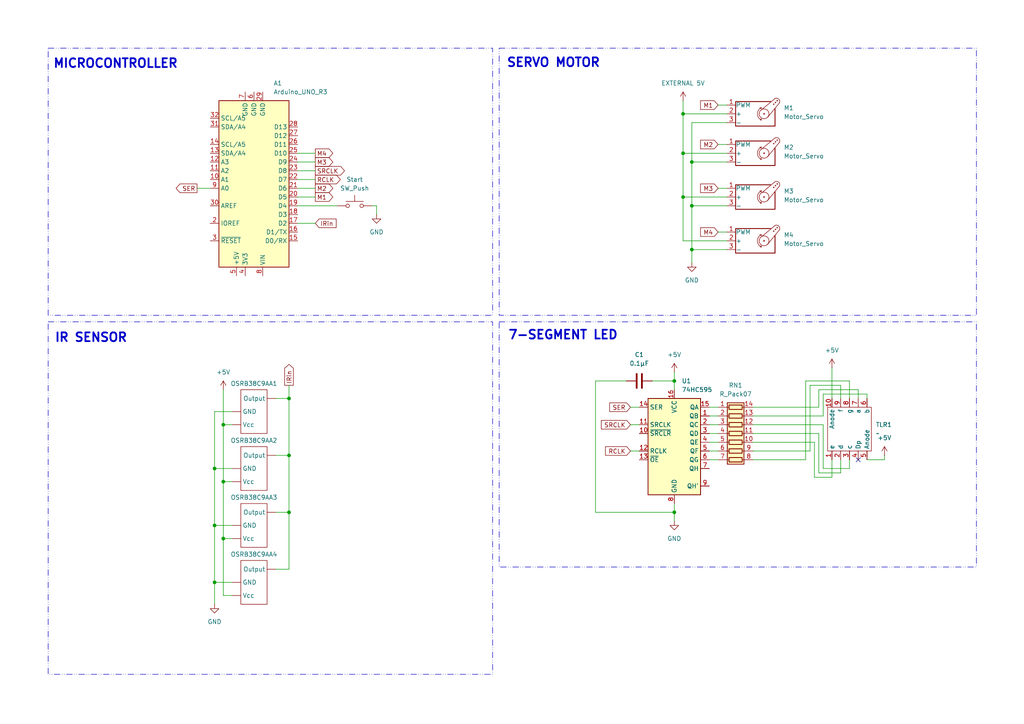
<source format=kicad_sch>
(kicad_sch (version 20250114) (generator "eeschema") (generator_version "9.0")
  (paper "A4")
  (lib_symbols
    (symbol "74xx:74HC595"
      (property "Reference" "U" (at -7.62 13.97 0))
      (property "Value" "74HC595" (at -7.62 -16.51 0))
      (symbol "74HC595_1_0"
        (pin input line (at -10.16 10.16 0) (length 2.54) (name "SER") (number "14"))
        (pin input line (at -10.16 5.08 0) (length 2.54) (name "SRCLK") (number "11"))
        (pin input line (at -10.16 2.54 0) (length 2.54) (name "~{SRCLR}") (number "10"))
        (pin input line (at -10.16 -2.54 0) (length 2.54) (name "RCLK") (number "12"))
        (pin input line (at -10.16 -5.08 0) (length 2.54) (name "~{OE}") (number "13"))
        (pin power_in line (at 0 15.24 270) (length 2.54) (name "VCC") (number "16"))
        (pin power_in line (at 0 -17.78 90) (length 2.54) (name "GND") (number "8"))
        (pin tri_state line (at 10.16 10.16 180) (length 2.54) (name "QA") (number "15"))
        (pin tri_state line (at 10.16 7.62 180) (length 2.54) (name "QB") (number "1"))
        (pin tri_state line (at 10.16 5.08 180) (length 2.54) (name "QC") (number "2"))
        (pin tri_state line (at 10.16 2.54 180) (length 2.54) (name "QD") (number "3"))
        (pin tri_state line (at 10.16 0 180) (length 2.54) (name "QE") (number "4"))
        (pin tri_state line (at 10.16 -2.54 180) (length 2.54) (name "QF") (number "5"))
        (pin tri_state line (at 10.16 -5.08 180) (length 2.54) (name "QG") (number "6"))
        (pin tri_state line (at 10.16 -7.62 180) (length 2.54) (name "QH") (number "7"))
        (pin output line (at 10.16 -12.7 180) (length 2.54) (name "QH'") (number "9"))
      )
      (symbol "74HC595_1_1"
        (rectangle (start -7.62 12.7) (end 7.62 -15.24) (stroke (width 0.254)) (fill (type background)))
      )
    )
    (symbol "Device:C" (pin_numbers (hide yes)) (pin_names (offset 0.254))
      (property "Reference" "C" (at 0.635 2.54 0))
      (property "Value" "C" (at 0.635 -2.54 0))
      (symbol "C_0_1"
        (polyline (pts (xy -2.032 0.762) (xy 2.032 0.762)) (stroke (width 0.508)))
        (polyline (pts (xy -2.032 -0.762) (xy 2.032 -0.762)) (stroke (width 0.508)))
      )
      (symbol "C_1_1"
        (pin passive line (at 0 3.81 270) (length 2.794) (name "~") (number "1"))
        (pin passive line (at 0 -3.81 90) (length 2.794) (name "~") (number "2"))
      )
    )
    (symbol "Device:R_Pack07" (pin_names (offset 0) (hide yes))
      (property "Reference" "RN" (at -10.16 0 90))
      (property "Value" "R_Pack07" (at 10.16 0 90))
      (symbol "R_Pack07_0_1"
        (rectangle (start -8.89 -2.413) (end 8.89 2.413) (stroke (width 0.254)) (fill (type background)))
        (rectangle (start -8.255 1.905) (end -6.985 -1.905) (stroke (width 0.254)))
        (polyline (pts (xy -7.62 1.905) (xy -7.62 2.54)))
        (polyline (pts (xy -7.62 -2.54) (xy -7.62 -1.905)))
        (rectangle (start -5.715 1.905) (end -4.445 -1.905) (stroke (width 0.254)))
        (polyline (pts (xy -5.08 1.905) (xy -5.08 2.54)))
        (polyline (pts (xy -5.08 -2.54) (xy -5.08 -1.905)))
        (rectangle (start -3.175 1.905) (end -1.905 -1.905) (stroke (width 0.254)))
        (polyline (pts (xy -2.54 1.905) (xy -2.54 2.54)))
        (polyline (pts (xy -2.54 -2.54) (xy -2.54 -1.905)))
        (rectangle (start -0.635 1.905) (end 0.635 -1.905) (stroke (width 0.254)))
        (polyline (pts (xy 0 1.905) (xy 0 2.54)))
        (polyline (pts (xy 0 -2.54) (xy 0 -1.905)))
        (rectangle (start 1.905 1.905) (end 3.175 -1.905) (stroke (width 0.254)))
        (polyline (pts (xy 2.54 1.905) (xy 2.54 2.54)))
        (polyline (pts (xy 2.54 -2.54) (xy 2.54 -1.905)))
        (rectangle (start 4.445 1.905) (end 5.715 -1.905) (stroke (width 0.254)))
        (polyline (pts (xy 5.08 1.905) (xy 5.08 2.54)))
        (polyline (pts (xy 5.08 -2.54) (xy 5.08 -1.905)))
        (rectangle (start 6.985 1.905) (end 8.255 -1.905) (stroke (width 0.254)))
        (polyline (pts (xy 7.62 1.905) (xy 7.62 2.54)))
        (polyline (pts (xy 7.62 -2.54) (xy 7.62 -1.905)))
      )
      (symbol "R_Pack07_1_1"
        (pin passive line (at -7.62 5.08 270) (length 2.54) (name "R1.2") (number "14"))
        (pin passive line (at -7.62 -5.08 90) (length 2.54) (name "R1.1") (number "1"))
        (pin passive line (at -5.08 5.08 270) (length 2.54) (name "R2.2") (number "13"))
        (pin passive line (at -5.08 -5.08 90) (length 2.54) (name "R2.1") (number "2"))
        (pin passive line (at -2.54 5.08 270) (length 2.54) (name "R3.2") (number "12"))
        (pin passive line (at -2.54 -5.08 90) (length 2.54) (name "R3.1") (number "3"))
        (pin passive line (at 0 5.08 270) (length 2.54) (name "R4.2") (number "11"))
        (pin passive line (at 0 -5.08 90) (length 2.54) (name "R4.1") (number "4"))
        (pin passive line (at 2.54 5.08 270) (length 2.54) (name "R5.2") (number "10"))
        (pin passive line (at 2.54 -5.08 90) (length 2.54) (name "R5.1") (number "5"))
        (pin passive line (at 5.08 5.08 270) (length 2.54) (name "R6.2") (number "9"))
        (pin passive line (at 5.08 -5.08 90) (length 2.54) (name "R6.1") (number "6"))
        (pin passive line (at 7.62 5.08 270) (length 2.54) (name "R7.2") (number "8"))
        (pin passive line (at 7.62 -5.08 90) (length 2.54) (name "R7.1") (number "7"))
      )
    )
    (symbol "MCU_Module:Arduino_UNO_R3"
      (property "Reference" "A" (at -10.16 23.495 0))
      (property "Value" "Arduino_UNO_R3" (at 5.08 -26.67 0))
      (symbol "Arduino_UNO_R3_0_1"
        (rectangle (start -10.16 22.86) (end 10.16 -25.4) (stroke (width 0.254)) (fill (type background)))
      )
      (symbol "Arduino_UNO_R3_1_1"
        (pin bidirectional line (at -12.7 15.24 0) (length 2.54) (name "D0/RX") (number "15"))
        (pin bidirectional line (at -12.7 12.7 0) (length 2.54) (name "D1/TX") (number "16"))
        (pin bidirectional line (at -12.7 10.16 0) (length 2.54) (name "D2") (number "17"))
        (pin bidirectional line (at -12.7 7.62 0) (length 2.54) (name "D3") (number "18"))
        (pin bidirectional line (at -12.7 5.08 0) (length 2.54) (name "D4") (number "19"))
        (pin bidirectional line (at -12.7 2.54 0) (length 2.54) (name "D5") (number "20"))
        (pin bidirectional line (at -12.7 0 0) (length 2.54) (name "D6") (number "21"))
        (pin bidirectional line (at -12.7 -2.54 0) (length 2.54) (name "D7") (number "22"))
        (pin bidirectional line (at -12.7 -5.08 0) (length 2.54) (name "D8") (number "23"))
        (pin bidirectional line (at -12.7 -7.62 0) (length 2.54) (name "D9") (number "24"))
        (pin bidirectional line (at -12.7 -10.16 0) (length 2.54) (name "D10") (number "25"))
        (pin bidirectional line (at -12.7 -12.7 0) (length 2.54) (name "D11") (number "26"))
        (pin bidirectional line (at -12.7 -15.24 0) (length 2.54) (name "D12") (number "27"))
        (pin bidirectional line (at -12.7 -17.78 0) (length 2.54) (name "D13") (number "28"))
        (pin no_connect line (at -10.16 -20.32 0) (length 2.54) (hide yes) (name "NC") (number "1"))
        (pin power_in line (at -2.54 25.4 270) (length 2.54) (name "VIN") (number "8"))
        (pin power_in line (at -2.54 -27.94 90) (length 2.54) (name "GND") (number "29"))
        (pin power_in line (at 0 -27.94 90) (length 2.54) (name "GND") (number "6"))
        (pin power_out line (at 2.54 25.4 270) (length 2.54) (name "3V3") (number "4"))
        (pin power_in line (at 2.54 -27.94 90) (length 2.54) (name "GND") (number "7"))
        (pin power_out line (at 5.08 25.4 270) (length 2.54) (name "+5V") (number "5"))
        (pin input line (at 12.7 15.24 180) (length 2.54) (name "~{RESET}") (number "3"))
        (pin output line (at 12.7 10.16 180) (length 2.54) (name "IOREF") (number "2"))
        (pin input line (at 12.7 5.08 180) (length 2.54) (name "AREF") (number "30"))
        (pin bidirectional line (at 12.7 0 180) (length 2.54) (name "A0") (number "9"))
        (pin bidirectional line (at 12.7 -2.54 180) (length 2.54) (name "A1") (number "10"))
        (pin bidirectional line (at 12.7 -5.08 180) (length 2.54) (name "A2") (number "11"))
        (pin bidirectional line (at 12.7 -7.62 180) (length 2.54) (name "A3") (number "12"))
        (pin bidirectional line (at 12.7 -10.16 180) (length 2.54) (name "SDA/A4") (number "13"))
        (pin bidirectional line (at 12.7 -12.7 180) (length 2.54) (name "SCL/A5") (number "14"))
        (pin bidirectional line (at 12.7 -17.78 180) (length 2.54) (name "SDA/A4") (number "31"))
        (pin bidirectional line (at 12.7 -20.32 180) (length 2.54) (name "SCL/A5") (number "32"))
      )
    )
    (symbol "Motor:Motor_Servo" (pin_names (offset 0.0254))
      (property "Reference" "M" (at -5.08 4.445 0))
      (property "Value" "Motor_Servo" (at -5.08 -4.064 0))
      (symbol "Motor_Servo_0_1"
        (polyline (pts (xy 2.413 1.778) (xy 1.905 1.778)))
        (polyline (pts (xy 2.413 1.778) (xy 2.286 1.397)))
        (polyline (pts (xy 2.413 -1.778) (xy 2.032 -1.778)))
        (polyline (pts (xy 2.413 -1.778) (xy 2.286 -1.397)))
        (arc (start 2.413 -1.778) (mid 1.2406 0) (end 2.413 1.778))
        (circle (center 3.175 0) (radius 0.1778))
        (circle (center 3.175 0) (radius 1.4224))
        (polyline (pts (xy 5.08 3.556) (xy -5.08 3.556) (xy -5.08 -3.556) (xy 6.35 -3.556) (xy 6.35 1.524)) (stroke (width 0.254)))
        (circle (center 5.969 2.794) (radius 0.127))
        (polyline (pts (xy 6.35 4.445) (xy 2.54 1.27)))
        (circle (center 6.477 3.302) (radius 0.127))
        (arc (start 6.35 4.445) (mid 7.4487 4.2737) (end 7.62 3.175))
        (circle (center 6.985 3.81) (radius 0.127))
        (polyline (pts (xy 7.62 3.175) (xy 4.191 -1.016)))
      )
      (symbol "Motor_Servo_1_1"
        (pin passive line (at -7.62 2.54 0) (length 2.54) (name "PWM") (number "1"))
        (pin passive line (at -7.62 0 0) (length 2.54) (name "+") (number "2"))
        (pin passive line (at -7.62 -2.54 0) (length 2.54) (name "-") (number "3"))
      )
    )
    (symbol "OSRB38C9AA:OSRB38C9AA"
      (property "Reference" "OSRB38C9AA" (at 10.16 7.366 0))
      (symbol "OSRB38C9AA_0_1"
        (rectangle (start 3.81 6.35) (end -3.81 -6.35))
      )
      (symbol "OSRB38C9AA_1_1"
        (pin passive line (at -6.35 0 0) (length 2.54) (name "GND") (number ""))
        (pin passive line (at -6.35 -3.81 0) (length 2.54) (name "Vcc") (number ""))
        (pin passive line (at 6.35 3.81 180) (length 2.54) (name "Output") (number ""))
      )
    )
    (symbol "OSRB38C9AA_1"
      (property "Reference" "OSRB38C9AA" (at 10.16 7.366 0))
      (symbol "OSRB38C9AA_1_0_1"
        (rectangle (start 3.81 6.35) (end -3.81 -6.35))
      )
      (symbol "OSRB38C9AA_1_1_1"
        (pin passive line (at -6.35 0 0) (length 2.54) (name "GND") (number ""))
        (pin passive line (at -6.35 -3.81 0) (length 2.54) (name "Vcc") (number ""))
        (pin passive line (at 6.35 3.81 180) (length 2.54) (name "Output") (number ""))
      )
    )
    (symbol "OSRB38C9AA_2"
      (property "Reference" "OSRB38C9AA" (at 10.16 7.366 0))
      (symbol "OSRB38C9AA_2_0_1"
        (rectangle (start 3.81 6.35) (end -3.81 -6.35))
      )
      (symbol "OSRB38C9AA_2_1_1"
        (pin passive line (at -6.35 0 0) (length 2.54) (name "GND") (number ""))
        (pin passive line (at -6.35 -3.81 0) (length 2.54) (name "Vcc") (number ""))
        (pin passive line (at 6.35 3.81 180) (length 2.54) (name "Output") (number ""))
      )
    )
    (symbol "OSRB38C9AA_3"
      (property "Reference" "OSRB38C9AA" (at 10.16 7.366 0))
      (symbol "OSRB38C9AA_3_0_1"
        (rectangle (start 3.81 6.35) (end -3.81 -6.35))
      )
      (symbol "OSRB38C9AA_3_1_1"
        (pin passive line (at -6.35 0 0) (length 2.54) (name "GND") (number ""))
        (pin passive line (at -6.35 -3.81 0) (length 2.54) (name "Vcc") (number ""))
        (pin passive line (at 6.35 3.81 180) (length 2.54) (name "Output") (number ""))
      )
    )
    (symbol "Switch:SW_Push" (pin_numbers (hide yes)) (pin_names (offset 1.016) (hide yes))
      (property "Reference" "SW" (at 1.27 2.54 0))
      (property "Value" "SW_Push" (at 0 -1.524 0))
      (symbol "SW_Push_0_1"
        (circle (center -2.032 0) (radius 0.508))
        (polyline (pts (xy 0 1.27) (xy 0 3.048)))
        (circle (center 2.032 0) (radius 0.508))
        (polyline (pts (xy 2.54 1.27) (xy -2.54 1.27)))
        (pin passive line (at -5.08 0 0) (length 2.54) (name "1") (number "1"))
        (pin passive line (at 5.08 0 180) (length 2.54) (name "2") (number "2"))
      )
    )
    (symbol "power:+5V" (power) (pin_numbers (hide yes)) (pin_names (offset 0) (hide yes))
      (property "Value" "+5V" (at 0 3.556 0))
      (symbol "+5V_0_1"
        (polyline (pts (xy -0.762 1.27) (xy 0 2.54)))
        (polyline (pts (xy 0 2.54) (xy 0.762 1.27)))
        (polyline (pts (xy 0 0) (xy 0 2.54)))
      )
      (symbol "+5V_1_1"
        (pin power_in line (at 0 0 90) (length 0) (name "~") (number "1"))
      )
    )
    (symbol "power:GND" (power) (pin_numbers (hide yes)) (pin_names (offset 0) (hide yes))
      (property "Value" "GND" (at 0 -3.81 0))
      (symbol "GND_0_1"
        (polyline (pts (xy 0 0) (xy 0 -1.27) (xy 1.27 -1.27) (xy 0 -2.54) (xy -1.27 -1.27) (xy 0 -1.27)))
      )
      (symbol "GND_1_1"
        (pin power_in line (at 0 0 270) (length 0) (name "~") (number "1"))
      )
    )
    (symbol "tlr306:tlr306"
      (property "Reference" "TLR306" (at 10.414 5.334 0))
      (symbol "tlr306_0_1"
        (rectangle (start -6.35 6.35) (end 6.35 -6.35))
      )
      (symbol "tlr306_1_1"
        (pin passive line (at -5.08 8.89 270) (length 2.54) (name "Anode") (number "10"))
        (pin passive line (at -5.08 -8.89 90) (length 2.54) (name "e") (number "1"))
        (pin passive line (at -2.54 8.89 270) (length 2.54) (name "f") (number "9"))
        (pin passive line (at -2.54 -8.89 90) (length 2.54) (name "d") (number "2"))
        (pin passive line (at 0 8.89 270) (length 2.54) (name "g") (number "8"))
        (pin passive line (at 0 -8.89 90) (length 2.54) (name "c") (number "3"))
        (pin passive line (at 2.54 8.89 270) (length 2.54) (name "a") (number "7"))
        (pin passive line (at 2.54 -8.89 90) (length 2.54) (name "Dp") (number "4"))
        (pin passive line (at 5.08 8.89 270) (length 2.54) (name "b") (number "6"))
        (pin passive line (at 5.08 -8.89 90) (length 2.54) (name "Anode") (number "5"))
      )
    )
  )
  (rectangle (start 13.97 13.97) (end 142.875 91.44) (stroke (width 0) (type dash_dot_dot)))
  (rectangle (start 144.78 13.97) (end 283.21 91.44) (stroke (width 0) (type dash_dot_dot)))
  (rectangle (start 13.97 93.345) (end 142.875 195.58) (stroke (width 0) (type dash_dot_dot)))
  (rectangle (start 144.78 93.345) (end 283.21 164.465) (stroke (width 0) (type dash_dot_dot)))
  (text "7-SEGMENT LED" (at 163.322 97.282 0) (effects (font (size 2.54 2.54) (thickness 0.508) (bold yes))))
  (text "IR SENSOR" (at 26.416 98.044 0) (effects (font (size 2.54 2.54) (thickness 0.508) (bold yes))))
  (text "MICROCONTROLLER" (at 33.528 18.542 0) (effects (font (size 2.54 2.54) (thickness 0.508) (bold yes))))
  (text "SERVO MOTOR" (at 160.528 18.288 0) (effects (font (size 2.54 2.54) (thickness 0.508) (bold yes))))
  (junction (at 200.66 72.39))
  (junction (at 198.12 44.45))
  (junction (at 83.82 132.08))
  (junction (at 62.23 135.89))
  (junction (at 195.58 110.49))
  (junction (at 62.23 152.4))
  (junction (at 62.23 168.91))
  (junction (at 198.12 33.02))
  (junction (at 64.77 123.19))
  (junction (at 64.77 156.21))
  (junction (at 198.12 57.15))
  (junction (at 195.58 148.59))
  (junction (at 83.82 148.59))
  (junction (at 64.77 139.7))
  (junction (at 83.82 115.57))
  (junction (at 200.66 59.69))
  (junction (at 200.66 46.99))
  (no_connect (at 248.92 133.35))
  (wire (pts (xy 62.23 135.89) (xy 67.31 135.89)))
  (wire (pts (xy 83.82 115.57) (xy 83.82 132.08)))
  (wire (pts (xy 172.72 110.49) (xy 172.72 148.59)))
  (wire (pts (xy 218.44 120.65) (xy 238.76 120.65)))
  (wire (pts (xy 238.76 114.3) (xy 251.46 114.3)))
  (wire (pts (xy 62.23 119.38) (xy 62.23 135.89)))
  (wire (pts (xy 205.74 125.73) (xy 208.28 125.73)))
  (wire (pts (xy 241.3 138.43) (xy 241.3 133.35)))
  (wire (pts (xy 248.92 113.03) (xy 248.92 115.57)))
  (wire (pts (xy 182.88 118.11) (xy 185.42 118.11)))
  (wire (pts (xy 256.54 132.08) (xy 256.54 133.35)))
  (wire (pts (xy 200.66 72.39) (xy 200.66 76.2)))
  (wire (pts (xy 195.58 107.95) (xy 195.58 110.49)))
  (wire (pts (xy 83.82 111.76) (xy 83.82 115.57)))
  (wire (pts (xy 200.66 35.56) (xy 200.66 46.99)))
  (wire (pts (xy 62.23 152.4) (xy 62.23 168.91)))
  (wire (pts (xy 181.61 110.49) (xy 172.72 110.49)))
  (wire (pts (xy 205.74 130.81) (xy 208.28 130.81)))
  (wire (pts (xy 233.68 133.35) (xy 233.68 110.49)))
  (wire (pts (xy 200.66 59.69) (xy 200.66 72.39)))
  (wire (pts (xy 172.72 148.59) (xy 195.58 148.59)))
  (wire (pts (xy 189.23 110.49) (xy 195.58 110.49)))
  (wire (pts (xy 205.74 123.19) (xy 208.28 123.19)))
  (wire (pts (xy 218.44 130.81) (xy 234.95 130.81)))
  (wire (pts (xy 243.84 111.76) (xy 243.84 115.57)))
  (wire (pts (xy 195.58 148.59) (xy 195.58 151.13)))
  (wire (pts (xy 241.3 106.68) (xy 241.3 115.57)))
  (wire (pts (xy 205.74 128.27) (xy 208.28 128.27)))
  (wire (pts (xy 234.95 130.81) (xy 234.95 111.76)))
  (wire (pts (xy 80.01 115.57) (xy 83.82 115.57)))
  (wire (pts (xy 198.12 69.85) (xy 198.12 57.15)))
  (wire (pts (xy 86.36 46.99) (xy 91.44 46.99)))
  (wire (pts (xy 182.88 130.81) (xy 185.42 130.81)))
  (wire (pts (xy 64.77 172.72) (xy 64.77 156.21)))
  (wire (pts (xy 86.36 57.15) (xy 91.44 57.15)))
  (wire (pts (xy 218.44 125.73) (xy 237.49 125.73)))
  (wire (pts (xy 83.82 148.59) (xy 83.82 165.1)))
  (wire (pts (xy 237.49 137.16) (xy 243.84 137.16)))
  (wire (pts (xy 64.77 156.21) (xy 64.77 139.7)))
  (wire (pts (xy 200.66 72.39) (xy 210.82 72.39)))
  (wire (pts (xy 198.12 57.15) (xy 210.82 57.15)))
  (wire (pts (xy 210.82 69.85) (xy 198.12 69.85)))
  (wire (pts (xy 246.38 135.89) (xy 246.38 133.35)))
  (wire (pts (xy 251.46 133.35) (xy 256.54 133.35)))
  (wire (pts (xy 218.44 133.35) (xy 233.68 133.35)))
  (wire (pts (xy 238.76 120.65) (xy 238.76 114.3)))
  (wire (pts (xy 218.44 123.19) (xy 238.76 123.19)))
  (wire (pts (xy 86.36 49.53) (xy 91.44 49.53)))
  (wire (pts (xy 208.28 30.48) (xy 210.82 30.48)))
  (wire (pts (xy 236.22 138.43) (xy 241.3 138.43)))
  (wire (pts (xy 205.74 133.35) (xy 208.28 133.35)))
  (wire (pts (xy 64.77 123.19) (xy 64.77 113.03)))
  (wire (pts (xy 107.95 59.69) (xy 109.22 59.69)))
  (wire (pts (xy 208.28 41.91) (xy 210.82 41.91)))
  (wire (pts (xy 57.15 54.61) (xy 60.96 54.61)))
  (wire (pts (xy 243.84 137.16) (xy 243.84 133.35)))
  (wire (pts (xy 86.36 54.61) (xy 91.44 54.61)))
  (wire (pts (xy 83.82 132.08) (xy 83.82 148.59)))
  (wire (pts (xy 67.31 119.38) (xy 62.23 119.38)))
  (wire (pts (xy 64.77 139.7) (xy 67.31 139.7)))
  (wire (pts (xy 62.23 168.91) (xy 67.31 168.91)))
  (wire (pts (xy 237.49 113.03) (xy 248.92 113.03)))
  (wire (pts (xy 86.36 59.69) (xy 97.79 59.69)))
  (wire (pts (xy 62.23 135.89) (xy 62.23 152.4)))
  (wire (pts (xy 195.58 110.49) (xy 195.58 113.03)))
  (wire (pts (xy 83.82 165.1) (xy 80.01 165.1)))
  (wire (pts (xy 109.22 59.69) (xy 109.22 62.23)))
  (wire (pts (xy 237.49 118.11) (xy 237.49 113.03)))
  (wire (pts (xy 86.36 64.77) (xy 91.44 64.77)))
  (wire (pts (xy 205.74 120.65) (xy 208.28 120.65)))
  (wire (pts (xy 200.66 46.99) (xy 210.82 46.99)))
  (wire (pts (xy 198.12 57.15) (xy 198.12 44.45)))
  (wire (pts (xy 246.38 110.49) (xy 246.38 115.57)))
  (wire (pts (xy 208.28 67.31) (xy 210.82 67.31)))
  (wire (pts (xy 198.12 44.45) (xy 210.82 44.45)))
  (wire (pts (xy 233.68 110.49) (xy 246.38 110.49)))
  (wire (pts (xy 62.23 168.91) (xy 62.23 175.26)))
  (wire (pts (xy 62.23 152.4) (xy 67.31 152.4)))
  (wire (pts (xy 200.66 46.99) (xy 200.66 59.69)))
  (wire (pts (xy 198.12 33.02) (xy 210.82 33.02)))
  (wire (pts (xy 86.36 52.07) (xy 91.44 52.07)))
  (wire (pts (xy 236.22 128.27) (xy 236.22 138.43)))
  (wire (pts (xy 237.49 125.73) (xy 237.49 137.16)))
  (wire (pts (xy 205.74 118.11) (xy 208.28 118.11)))
  (wire (pts (xy 208.28 54.61) (xy 210.82 54.61)))
  (wire (pts (xy 67.31 172.72) (xy 64.77 172.72)))
  (wire (pts (xy 182.88 123.19) (xy 185.42 123.19)))
  (wire (pts (xy 64.77 139.7) (xy 64.77 123.19)))
  (wire (pts (xy 64.77 123.19) (xy 67.31 123.19)))
  (wire (pts (xy 238.76 135.89) (xy 246.38 135.89)))
  (wire (pts (xy 200.66 59.69) (xy 210.82 59.69)))
  (wire (pts (xy 198.12 33.02) (xy 198.12 29.21)))
  (wire (pts (xy 64.77 156.21) (xy 67.31 156.21)))
  (wire (pts (xy 238.76 123.19) (xy 238.76 135.89)))
  (wire (pts (xy 195.58 146.05) (xy 195.58 148.59)))
  (wire (pts (xy 218.44 128.27) (xy 236.22 128.27)))
  (wire (pts (xy 210.82 35.56) (xy 200.66 35.56)))
  (wire (pts (xy 218.44 118.11) (xy 237.49 118.11)))
  (wire (pts (xy 80.01 148.59) (xy 83.82 148.59)))
  (wire (pts (xy 198.12 44.45) (xy 198.12 33.02)))
  (wire (pts (xy 251.46 114.3) (xy 251.46 115.57)))
  (wire (pts (xy 234.95 111.76) (xy 243.84 111.76)))
  (wire (pts (xy 86.36 44.45) (xy 91.44 44.45)))
  (wire (pts (xy 80.01 132.08) (xy 83.82 132.08)))
  (global_label "IRin" (shape output) (at 83.82 111.76 90) (property "Intersheetrefs" "${INTERSHEET_REFS}" (effects (hide yes))))
  (global_label "M4" (shape output) (at 91.44 44.45 0) (property "Intersheetrefs" "${INTERSHEET_REFS}" (effects (hide yes))))
  (global_label "M2" (shape input) (at 208.28 41.91 180) (property "Intersheetrefs" "${INTERSHEET_REFS}" (effects (hide yes))))
  (global_label "M3" (shape output) (at 91.44 46.99 0) (property "Intersheetrefs" "${INTERSHEET_REFS}" (effects (hide yes))))
  (global_label "SRCLK" (shape output) (at 91.44 49.53 0) (property "Intersheetrefs" "${INTERSHEET_REFS}" (effects (hide yes))))
  (global_label "SER" (shape output) (at 57.15 54.61 180) (property "Intersheetrefs" "${INTERSHEET_REFS}" (effects (hide yes))))
  (global_label "SER" (shape input) (at 182.88 118.11 180) (property "Intersheetrefs" "${INTERSHEET_REFS}" (effects (hide yes))))
  (global_label "M1" (shape output) (at 91.44 57.15 0) (property "Intersheetrefs" "${INTERSHEET_REFS}" (effects (hide yes))))
  (global_label "IRin" (shape input) (at 91.44 64.77 0) (property "Intersheetrefs" "${INTERSHEET_REFS}" (effects (hide yes))))
  (global_label "SRCLK" (shape input) (at 182.88 123.19 180) (property "Intersheetrefs" "${INTERSHEET_REFS}" (effects (hide yes))))
  (global_label "M4" (shape input) (at 208.28 67.31 180) (property "Intersheetrefs" "${INTERSHEET_REFS}" (effects (hide yes))))
  (global_label "M1" (shape input) (at 208.28 30.48 180) (property "Intersheetrefs" "${INTERSHEET_REFS}" (effects (hide yes))))
  (global_label "RCLK" (shape output) (at 91.44 52.07 0) (property "Intersheetrefs" "${INTERSHEET_REFS}" (effects (hide yes))))
  (global_label "M3" (shape input) (at 208.28 54.61 180) (property "Intersheetrefs" "${INTERSHEET_REFS}" (effects (hide yes))))
  (global_label "M2" (shape output) (at 91.44 54.61 0) (property "Intersheetrefs" "${INTERSHEET_REFS}" (effects (hide yes))))
  (global_label "RCLK" (shape input) (at 182.88 130.81 180) (property "Intersheetrefs" "${INTERSHEET_REFS}" (effects (hide yes))))
  (symbol (lib_id "power:+5V") (at 198.12 29.21 0) (unit 1)
    (property "Reference" "#PWR05" (effects (hide yes)))
    (property "Value" "EXTERNAL 5V" (at 198.12 24.13 0))
    (property "Description" "Power symbol creates a global label with name \"+5V\"" (effects (hide yes)))
  )
  (symbol (lib_id "power:+5V") (at 64.77 113.03 0) (unit 1)
    (property "Reference" "#PWR02" (effects (hide yes)))
    (property "Value" "+5V" (at 64.77 107.95 0))
    (property "Description" "Power symbol creates a global label with name \"+5V\"" (effects (hide yes)))
  )
  (symbol (lib_id "Switch:SW_Push") (at 102.87 59.69 0) (unit 1)
    (property "Reference" "Start" (at 102.87 52.07 0))
    (property "Value" "SW_Push" (at 102.87 54.61 0))
    (property "Description" "Push button switch, generic, two pins" (effects (hide yes)))
  )
  (symbol (lib_name "OSRB38C9AA_1") (lib_id "OSRB38C9AA:OSRB38C9AA") (at 73.66 135.89 0) (unit 1)
    (property "Reference" "OSRB38C9AA2" (at 73.66 127.762 0))
  )
  (symbol (lib_id "74xx:74HC595") (at 195.58 128.27 0) (unit 1)
    (property "Reference" "U1" (at 197.7233 110.49 0) (effects (justify left)))
    (property "Value" "74HC595" (at 197.7233 113.03 0) (effects (justify left)))
    (property "Datasheet" "http://www.ti.com/lit/ds/symlink/sn74hc595.pdf" (effects (hide yes)))
    (property "Description" "8-bit serial in/out Shift Register 3-State Outputs" (effects (hide yes)))
  )
  (symbol (lib_id "power:+5V") (at 195.58 107.95 0) (unit 1)
    (property "Reference" "#PWR07" (effects (hide yes)))
    (property "Value" "+5V" (at 195.58 102.87 0))
    (property "Description" "Power symbol creates a global label with name \"+5V\"" (effects (hide yes)))
  )
  (symbol (lib_id "Motor:Motor_Servo") (at 218.44 57.15 0) (unit 1)
    (property "Reference" "M3" (at 227.33 55.4468 0) (effects (justify left)))
    (property "Value" "Motor_Servo" (at 227.33 57.9868 0) (effects (justify left)))
    (property "Datasheet" "http://forums.parallax.com/uploads/attachments/46831/74481.png" (effects (hide yes)))
    (property "Description" "Servo Motor (Futaba, HiTec, JR connector)" (effects (hide yes)))
  )
  (symbol (lib_id "OSRB38C9AA:OSRB38C9AA") (at 73.66 119.38 0) (unit 1)
    (property "Reference" "OSRB38C9AA1" (at 73.66 111.252 0))
  )
  (symbol (lib_id "Motor:Motor_Servo") (at 218.44 33.02 0) (unit 1)
    (property "Reference" "M1" (at 227.33 31.3168 0) (effects (justify left)))
    (property "Value" "Motor_Servo" (at 227.33 33.8568 0) (effects (justify left)))
    (property "Datasheet" "http://forums.parallax.com/uploads/attachments/46831/74481.png" (effects (hide yes)))
    (property "Description" "Servo Motor (Futaba, HiTec, JR connector)" (effects (hide yes)))
  )
  (symbol (lib_id "power:GND") (at 109.22 62.23 0) (unit 1)
    (property "Reference" "#PWR03" (effects (hide yes)))
    (property "Value" "GND" (at 109.22 67.31 0))
    (property "Description" "Power symbol creates a global label with name \"GND\" , ground" (effects (hide yes)))
  )
  (symbol (lib_id "power:GND") (at 62.23 175.26 0) (unit 1)
    (property "Reference" "#PWR01" (effects (hide yes)))
    (property "Value" "GND" (at 62.23 180.34 0))
    (property "Description" "Power symbol creates a global label with name \"GND\" , ground" (effects (hide yes)))
  )
  (symbol (lib_id "power:+5V") (at 256.54 132.08 0) (unit 1)
    (property "Reference" "#PWR09" (effects (hide yes)))
    (property "Value" "+5V" (at 256.54 127 0))
    (property "Description" "Power symbol creates a global label with name \"+5V\"" (effects (hide yes)))
  )
  (symbol (lib_id "power:GND") (at 200.66 76.2 0) (unit 1)
    (property "Reference" "#PWR04" (effects (hide yes)))
    (property "Value" "GND" (at 200.66 81.28 0))
    (property "Description" "Power symbol creates a global label with name \"GND\" , ground" (effects (hide yes)))
  )
  (symbol (lib_id "Motor:Motor_Servo") (at 218.44 44.45 0) (unit 1)
    (property "Reference" "M2" (at 227.33 42.7468 0) (effects (justify left)))
    (property "Value" "Motor_Servo" (at 227.33 45.2868 0) (effects (justify left)))
    (property "Datasheet" "http://forums.parallax.com/uploads/attachments/46831/74481.png" (effects (hide yes)))
    (property "Description" "Servo Motor (Futaba, HiTec, JR connector)" (effects (hide yes)))
  )
  (symbol (lib_id "tlr306:tlr306") (at 246.38 124.46 0) (unit 1)
    (property "Reference" "TLR1" (at 254 123.1899 0) (effects (justify left)))
    (property "Value" "~" (at 254 125.7299 0) (effects (justify left)))
  )
  (symbol (lib_id "power:GND") (at 195.58 151.13 0) (unit 1)
    (property "Reference" "#PWR06" (effects (hide yes)))
    (property "Value" "GND" (at 195.58 156.21 0))
    (property "Description" "Power symbol creates a global label with name \"GND\" , ground" (effects (hide yes)))
  )
  (symbol (lib_id "power:+5V") (at 241.3 106.68 0) (unit 1)
    (property "Reference" "#PWR08" (effects (hide yes)))
    (property "Value" "+5V" (at 241.3 101.6 0))
    (property "Description" "Power symbol creates a global label with name \"+5V\"" (effects (hide yes)))
  )
  (symbol (lib_id "MCU_Module:Arduino_UNO_R3") (at 73.66 54.61 180) (unit 1)
    (property "Reference" "A1" (at 79.3181 24.13 0) (effects (justify right)))
    (property "Value" "Arduino_UNO_R3" (at 79.3181 26.67 0) (effects (justify right)))
    (property "Footprint" "Module:Arduino_UNO_R3" (effects (hide yes)))
    (property "Datasheet" "https://www.arduino.cc/en/Main/arduinoBoardUno" (effects (hide yes)))
    (property "Description" "Arduino UNO Microcontroller Module, release 3" (effects (hide yes)))
  )
  (symbol (lib_name "OSRB38C9AA_2") (lib_id "OSRB38C9AA:OSRB38C9AA") (at 73.66 152.4 0) (unit 1)
    (property "Reference" "OSRB38C9AA3" (at 73.66 144.272 0))
  )
  (symbol (lib_id "Device:R_Pack07") (at 213.36 125.73 270) (unit 1)
    (property "Reference" "RN1" (at 213.36 111.76 90))
    (property "Value" "R_Pack07" (at 213.36 114.3 90))
    (property "Description" "7 resistor network, parallel topology" (effects (hide yes)))
  )
  (symbol (lib_id "Motor:Motor_Servo") (at 218.44 69.85 0) (unit 1)
    (property "Reference" "M4" (at 227.33 68.1468 0) (effects (justify left)))
    (property "Value" "Motor_Servo" (at 227.33 70.6868 0) (effects (justify left)))
    (property "Datasheet" "http://forums.parallax.com/uploads/attachments/46831/74481.png" (effects (hide yes)))
    (property "Description" "Servo Motor (Futaba, HiTec, JR connector)" (effects (hide yes)))
  )
  (symbol (lib_name "OSRB38C9AA_3") (lib_id "OSRB38C9AA:OSRB38C9AA") (at 73.66 168.91 0) (unit 1)
    (property "Reference" "OSRB38C9AA4" (at 73.66 160.782 0))
  )
  (symbol (lib_id "Device:C") (at 185.42 110.49 90) (unit 1)
    (property "Reference" "C1" (at 185.42 102.87 90))
    (property "Value" "0.1μF" (at 185.42 105.41 90))
    (property "Description" "Unpolarized capacitor" (effects (hide yes)))
  )
)
</source>
